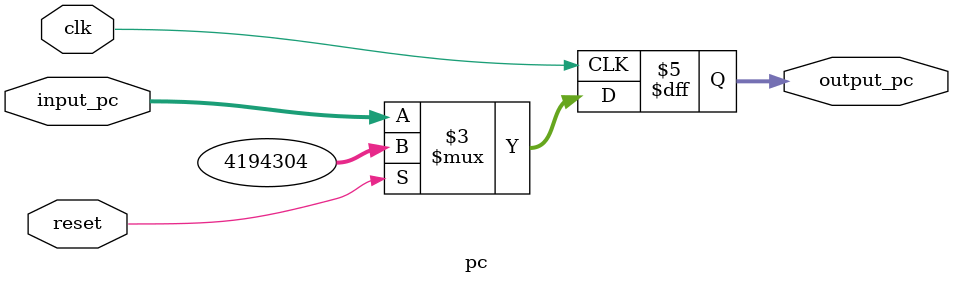
<source format=v>
module pc(
    input clk,
    input reset,
    input [31:0]input_pc,
    output reg [31:0]output_pc
);  
	always@(posedge clk) begin
        output_pc <= input_pc;
        if(reset == 1) output_pc <= 32'h00400000;
    end
endmodule

</source>
